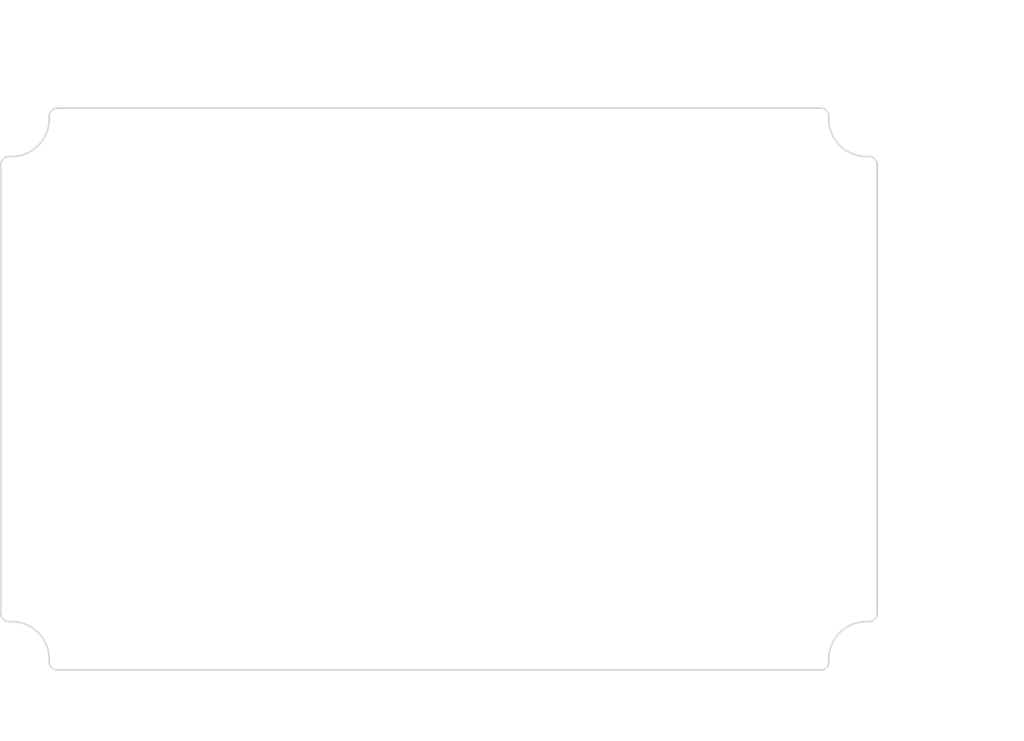
<source format=kicad_pcb>
(kicad_pcb (version 20171130) (host pcbnew "(5.1.0)-1")

  (general
    (thickness 1.6)
    (drawings 56)
    (tracks 0)
    (zones 0)
    (modules 0)
    (nets 1)
  )

  (page A4)
  (layers
    (0 F.Cu signal)
    (31 B.Cu signal)
    (32 B.Adhes user)
    (33 F.Adhes user)
    (34 B.Paste user)
    (35 F.Paste user)
    (36 B.SilkS user)
    (37 F.SilkS user)
    (38 B.Mask user)
    (39 F.Mask user)
    (40 Dwgs.User user)
    (41 Cmts.User user)
    (42 Eco1.User user)
    (43 Eco2.User user)
    (44 Edge.Cuts user)
    (45 Margin user)
    (46 B.CrtYd user)
    (47 F.CrtYd user)
    (48 B.Fab user)
    (49 F.Fab user)
  )

  (setup
    (last_trace_width 0.25)
    (trace_clearance 0.2)
    (zone_clearance 0.508)
    (zone_45_only no)
    (trace_min 0.2)
    (via_size 0.8)
    (via_drill 0.4)
    (via_min_size 0.4)
    (via_min_drill 0.3)
    (uvia_size 0.3)
    (uvia_drill 0.1)
    (uvias_allowed no)
    (uvia_min_size 0.2)
    (uvia_min_drill 0.1)
    (edge_width 0.05)
    (segment_width 0.2)
    (pcb_text_width 0.3)
    (pcb_text_size 1.5 1.5)
    (mod_edge_width 0.12)
    (mod_text_size 1 1)
    (mod_text_width 0.15)
    (pad_size 1.524 1.524)
    (pad_drill 0.762)
    (pad_to_mask_clearance 0.051)
    (solder_mask_min_width 0.25)
    (aux_axis_origin 0 0)
    (visible_elements FFFFFF7F)
    (pcbplotparams
      (layerselection 0x010fc_ffffffff)
      (usegerberextensions false)
      (usegerberattributes false)
      (usegerberadvancedattributes false)
      (creategerberjobfile false)
      (excludeedgelayer true)
      (linewidth 0.152400)
      (plotframeref false)
      (viasonmask false)
      (mode 1)
      (useauxorigin false)
      (hpglpennumber 1)
      (hpglpenspeed 20)
      (hpglpendiameter 15.000000)
      (psnegative false)
      (psa4output false)
      (plotreference true)
      (plotvalue true)
      (plotinvisibletext false)
      (padsonsilk false)
      (subtractmaskfromsilk false)
      (outputformat 1)
      (mirror false)
      (drillshape 1)
      (scaleselection 1)
      (outputdirectory ""))
  )

  (net 0 "")

  (net_class Default "This is the default net class."
    (clearance 0.2)
    (trace_width 0.25)
    (via_dia 0.8)
    (via_drill 0.4)
    (uvia_dia 0.3)
    (uvia_drill 0.1)
  )

  (gr_line (start 189.664262 67.193076) (end 189.664262 66.858826) (layer Edge.Cuts) (width 0.2))
  (gr_arc (start 88.330012 67.193076) (end 88.330012 71.858826) (angle -90) (layer Edge.Cuts) (width 0.2))
  (gr_line (start 88.330012 71.858826) (end 87.995762 71.858826) (layer Edge.Cuts) (width 0.2))
  (gr_line (start 87.995762 129.527325) (end 88.330012 129.527325) (layer Edge.Cuts) (width 0.2))
  (gr_arc (start 88.330012 134.193076) (end 92.995762 134.193076) (angle -90) (layer Edge.Cuts) (width 0.2))
  (gr_line (start 92.995762 134.193076) (end 92.995762 134.527325) (layer Edge.Cuts) (width 0.2))
  (gr_line (start 189.664262 134.527325) (end 189.664262 134.193076) (layer Edge.Cuts) (width 0.2))
  (gr_arc (start 194.330012 134.193076) (end 194.330012 129.527325) (angle -90) (layer Edge.Cuts) (width 0.2))
  (gr_line (start 194.330012 129.527325) (end 194.664262 129.527325) (layer Edge.Cuts) (width 0.2))
  (gr_arc (start 194.330012 67.193076) (end 189.664262 67.193076) (angle -90) (layer Edge.Cuts) (width 0.2))
  (gr_line (start 195.664262 128.527325) (end 195.664262 72.858826) (layer Edge.Cuts) (width 0.2))
  (gr_line (start 188.664262 65.858826) (end 93.995762 65.858826) (layer Edge.Cuts) (width 0.2))
  (gr_line (start 194.664262 71.858826) (end 194.330012 71.858826) (layer Edge.Cuts) (width 0.2))
  (gr_line (start 92.995762 66.858826) (end 92.995762 67.193076) (layer Edge.Cuts) (width 0.2))
  (gr_line (start 86.995762 72.858826) (end 86.995762 128.527325) (layer Edge.Cuts) (width 0.2))
  (gr_line (start 93.995762 135.527325) (end 188.664262 135.527325) (layer Edge.Cuts) (width 0.2))
  (gr_arc (start 188.664262 134.527325) (end 188.664262 135.527325) (angle -90) (layer Edge.Cuts) (width 0.2))
  (gr_arc (start 194.664262 128.527325) (end 194.664262 129.527325) (angle -90) (layer Edge.Cuts) (width 0.2))
  (gr_arc (start 188.664262 66.858826) (end 189.664262 66.858826) (angle -90) (layer Edge.Cuts) (width 0.2))
  (gr_arc (start 194.664262 72.858826) (end 195.664262 72.858826) (angle -90) (layer Edge.Cuts) (width 0.2))
  (gr_arc (start 93.995762 66.858826) (end 93.995762 65.858826) (angle -90) (layer Edge.Cuts) (width 0.2))
  (gr_arc (start 87.995762 72.858826) (end 87.995762 71.858826) (angle -90) (layer Edge.Cuts) (width 0.2))
  (gr_arc (start 87.995762 128.527325) (end 86.995762 128.527325) (angle -90) (layer Edge.Cuts) (width 0.2))
  (gr_arc (start 93.995762 134.527325) (end 92.995762 134.527325) (angle -90) (layer Edge.Cuts) (width 0.2))
  (gr_text [R0.04] (at 199.584968 143.00439) (layer Dwgs.User)
    (effects (font (size 1.7 1.53) (thickness 0.2125)))
  )
  (gr_text " R1.00" (at 199.584968 139.446955) (layer Dwgs.User)
    (effects (font (size 1.7 1.53) (thickness 0.2125)))
  )
  (gr_line (start 193.114197 141.114929) (end 190.343536 137.013293) (layer Dwgs.User) (width 0.2))
  (gr_line (start 195.114197 141.114929) (end 193.114197 141.114929) (layer Dwgs.User) (width 0.2))
  (gr_text [R0.18] (at 180.353586 127.98444) (layer Dwgs.User)
    (effects (font (size 1.7 1.53) (thickness 0.2125)))
  )
  (gr_text " R4.67" (at 180.353586 124.427004) (layer Dwgs.User)
    (effects (font (size 1.7 1.53) (thickness 0.2125)))
  )
  (gr_line (start 186.824357 126.094978) (end 189.798837 129.304243) (layer Dwgs.User) (width 0.2))
  (gr_line (start 184.824357 126.094978) (end 186.824357 126.094978) (layer Dwgs.User) (width 0.2))
  (gr_text [2.74] (at 209.857742 116.135799) (layer Dwgs.User)
    (effects (font (size 1.7 1.53) (thickness 0.2125)))
  )
  (gr_text " 69.67" (at 209.857742 112.578364) (layer Dwgs.User)
    (effects (font (size 1.7 1.53) (thickness 0.2125)))
  )
  (gr_line (start 209.857742 67.858826) (end 209.857742 110.688903) (layer Dwgs.User) (width 0.2))
  (gr_line (start 209.857742 133.527325) (end 209.857742 117.803773) (layer Dwgs.User) (width 0.2))
  (gr_line (start 190.664262 65.858826) (end 213.032742 65.858826) (layer Dwgs.User) (width 0.2))
  (gr_line (start 190.664262 135.527325) (end 213.032742 135.527325) (layer Dwgs.User) (width 0.2))
  (gr_text [3.81] (at 148.2288 62.423027) (layer Dwgs.User)
    (effects (font (size 1.7 1.53) (thickness 0.2125)))
  )
  (gr_text " 96.67" (at 148.2288 58.865592) (layer Dwgs.User)
    (effects (font (size 1.7 1.53) (thickness 0.2125)))
  )
  (gr_line (start 187.664262 60.533566) (end 152.276311 60.533566) (layer Dwgs.User) (width 0.2))
  (gr_line (start 94.995762 60.533566) (end 144.18129 60.533566) (layer Dwgs.User) (width 0.2))
  (gr_line (start 189.664262 64.858826) (end 189.664262 57.358566) (layer Dwgs.User) (width 0.2))
  (gr_line (start 92.995762 64.858826) (end 92.995762 57.358566) (layer Dwgs.User) (width 0.2))
  (gr_text [2.27] (at 200.022095 97.455626) (layer Dwgs.User)
    (effects (font (size 1.7 1.53) (thickness 0.2125)))
  )
  (gr_text " 57.67" (at 200.022095 93.898191) (layer Dwgs.User)
    (effects (font (size 1.7 1.53) (thickness 0.2125)))
  )
  (gr_line (start 200.022095 127.527325) (end 200.022095 99.1236) (layer Dwgs.User) (width 0.2))
  (gr_line (start 200.022095 73.858826) (end 200.022095 92.008729) (layer Dwgs.User) (width 0.2))
  (gr_line (start 196.664262 129.527325) (end 203.197095 129.527325) (layer Dwgs.User) (width 0.2))
  (gr_line (start 196.664262 71.858826) (end 203.197095 71.858826) (layer Dwgs.User) (width 0.2))
  (gr_text [4.28] (at 136.963415 57.614631) (layer Dwgs.User)
    (effects (font (size 1.7 1.53) (thickness 0.2125)))
  )
  (gr_text " 108.67" (at 136.963415 54.057196) (layer Dwgs.User)
    (effects (font (size 1.7 1.53) (thickness 0.2125)))
  )
  (gr_line (start 88.995762 55.72517) (end 132.255503 55.72517) (layer Dwgs.User) (width 0.2))
  (gr_line (start 193.664262 55.72517) (end 141.671328 55.72517) (layer Dwgs.User) (width 0.2))
  (gr_line (start 86.995762 70.858826) (end 86.995762 52.55017) (layer Dwgs.User) (width 0.2))
  (gr_line (start 195.664262 70.858826) (end 195.664262 52.55017) (layer Dwgs.User) (width 0.2))

)

</source>
